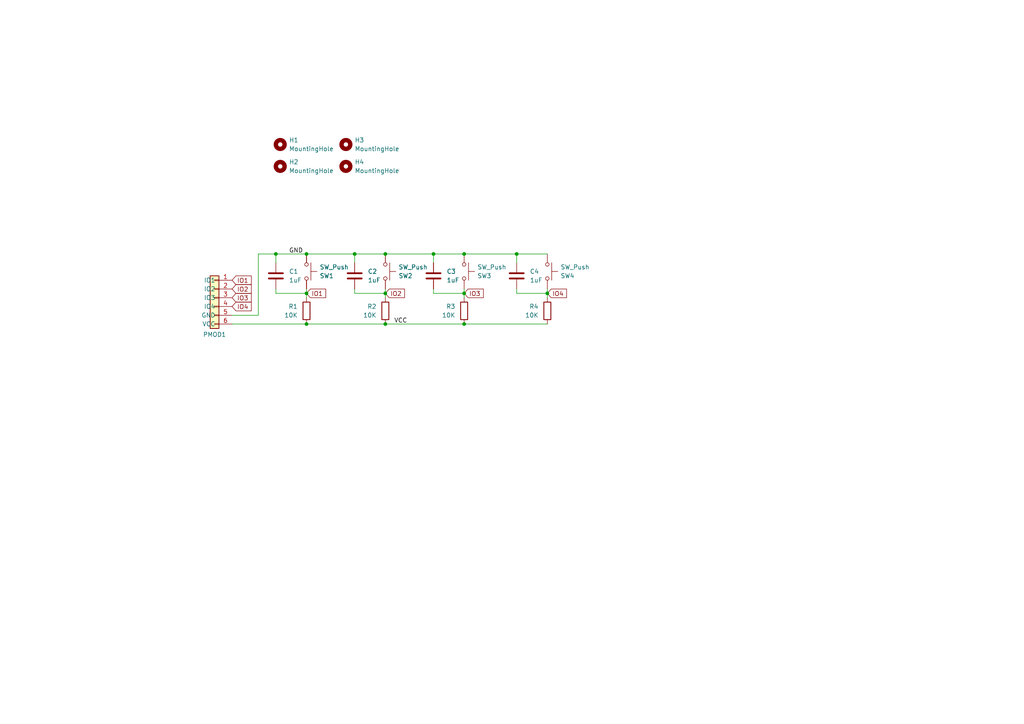
<source format=kicad_sch>
(kicad_sch (version 20250114) (generator "eeschema") (generator_version "9.0")
  (paper "A4")
  (lib_symbols
    (symbol "Connector_Generic:Conn_01x06" (pin_names (offset 1.016))
      (property "Reference" "PMOD" (at 0 -10.668 0))
      (symbol "Conn_01x06_1_1"
        (rectangle (start -1.27 6.35) (end 1.27 -8.89) (stroke (width 0.254)) (fill (type background)))
        (rectangle (start -1.27 5.207) (end 0 4.953) (stroke (width 0.1524)))
        (rectangle (start -1.27 2.667) (end 0 2.413) (stroke (width 0.1524)))
        (rectangle (start -1.27 0.127) (end 0 -0.127) (stroke (width 0.1524)))
        (rectangle (start -1.27 -2.413) (end 0 -2.667) (stroke (width 0.1524)))
        (rectangle (start -1.27 -4.953) (end 0 -5.207) (stroke (width 0.1524)))
        (rectangle (start -1.27 -7.493) (end 0 -7.747) (stroke (width 0.1524)))
        (pin passive line (at -5.08 5.08 0) (length 3.81) (name "IO1") (number "1"))
        (pin passive line (at -5.08 2.54 0) (length 3.81) (name "IO2") (number "2"))
        (pin passive line (at -5.08 0 0) (length 3.81) (name "IO3") (number "3"))
        (pin passive line (at -5.08 -2.54 0) (length 3.81) (name "IO4") (number "4"))
        (pin passive line (at -5.08 -5.08 0) (length 3.81) (name "GND") (number "5"))
        (pin passive line (at -5.08 -7.62 0) (length 3.81) (name "VCC") (number "6"))
      )
    )
    (symbol "Device:C" (pin_numbers (hide yes)) (pin_names (offset 0.254))
      (property "Reference" "C" (at 0.635 2.54 0))
      (property "Value" "C" (at 0.635 -2.54 0))
      (symbol "C_0_1"
        (polyline (pts (xy -2.032 0.762) (xy 2.032 0.762)) (stroke (width 0.508)))
        (polyline (pts (xy -2.032 -0.762) (xy 2.032 -0.762)) (stroke (width 0.508)))
      )
      (symbol "C_1_1"
        (pin passive line (at 0 3.81 270) (length 2.794) (name "~") (number "1"))
        (pin passive line (at 0 -3.81 90) (length 2.794) (name "~") (number "2"))
      )
    )
    (symbol "Device:R" (pin_numbers (hide yes)) (pin_names (offset 0))
      (property "Reference" "R" (at 2.032 0 90))
      (property "Value" "R" (at 0 0 90))
      (symbol "R_0_1"
        (rectangle (start -1.016 -2.54) (end 1.016 2.54) (stroke (width 0.254)))
      )
      (symbol "R_1_1"
        (pin passive line (at 0 3.81 270) (length 1.27) (name "~") (number "1"))
        (pin passive line (at 0 -3.81 90) (length 1.27) (name "~") (number "2"))
      )
    )
    (symbol "Mechanical:MountingHole" (pin_names (offset 1.016)) (in_bom no)
      (property "Reference" "H" (at 0 5.08 0))
      (property "Value" "MountingHole" (at 0 3.175 0))
      (symbol "MountingHole_0_1"
        (circle (center 0 0) (radius 1.27) (stroke (width 1.27)))
      )
    )
    (symbol "Switch:SW_Push" (pin_numbers (hide yes)) (pin_names (offset 1.016) (hide yes))
      (property "Reference" "SW" (at 1.27 2.54 0))
      (property "Value" "SW_Push" (at 0 -1.524 0))
      (symbol "SW_Push_0_1"
        (circle (center -2.032 0) (radius 0.508))
        (polyline (pts (xy 0 1.27) (xy 0 3.048)))
        (circle (center 2.032 0) (radius 0.508))
        (polyline (pts (xy 2.54 1.27) (xy -2.54 1.27)))
        (pin passive line (at -5.08 0 0) (length 2.54) (name "1") (number "1"))
        (pin passive line (at 5.08 0 180) (length 2.54) (name "2") (number "2"))
      )
    )
  )
  (junction (at 134.62 73.66))
  (junction (at 111.76 73.66))
  (junction (at 88.9 85.09))
  (junction (at 88.9 93.98))
  (junction (at 134.62 85.09))
  (junction (at 80.01 73.66))
  (junction (at 125.73 73.66))
  (junction (at 88.9 73.66))
  (junction (at 111.76 93.98))
  (junction (at 149.86 73.66))
  (junction (at 102.87 73.66))
  (junction (at 111.76 85.09))
  (junction (at 158.75 85.09))
  (junction (at 134.62 93.98))
  (wire (pts (xy 80.01 85.09) (xy 88.9 85.09)))
  (wire (pts (xy 111.76 85.09) (xy 111.76 86.36)))
  (wire (pts (xy 74.93 91.44) (xy 74.93 73.66)))
  (wire (pts (xy 88.9 85.09) (xy 88.9 86.36)))
  (wire (pts (xy 80.01 73.66) (xy 80.01 76.2)))
  (wire (pts (xy 67.31 93.98) (xy 88.9 93.98)))
  (wire (pts (xy 149.86 85.09) (xy 158.75 85.09)))
  (wire (pts (xy 80.01 73.66) (xy 88.9 73.66)))
  (wire (pts (xy 134.62 93.98) (xy 158.75 93.98)))
  (wire (pts (xy 134.62 85.09) (xy 134.62 86.36)))
  (wire (pts (xy 102.87 73.66) (xy 111.76 73.66)))
  (wire (pts (xy 125.73 83.82) (xy 125.73 85.09)))
  (wire (pts (xy 158.75 85.09) (xy 158.75 86.36)))
  (wire (pts (xy 149.86 83.82) (xy 149.86 85.09)))
  (wire (pts (xy 88.9 83.82) (xy 88.9 85.09)))
  (wire (pts (xy 158.75 83.82) (xy 158.75 85.09)))
  (wire (pts (xy 125.73 85.09) (xy 134.62 85.09)))
  (wire (pts (xy 80.01 83.82) (xy 80.01 85.09)))
  (wire (pts (xy 125.73 73.66) (xy 134.62 73.66)))
  (wire (pts (xy 102.87 73.66) (xy 102.87 76.2)))
  (wire (pts (xy 149.86 73.66) (xy 149.86 76.2)))
  (wire (pts (xy 134.62 73.66) (xy 149.86 73.66)))
  (wire (pts (xy 134.62 83.82) (xy 134.62 85.09)))
  (wire (pts (xy 111.76 93.98) (xy 134.62 93.98)))
  (wire (pts (xy 74.93 73.66) (xy 80.01 73.66)))
  (wire (pts (xy 102.87 85.09) (xy 111.76 85.09)))
  (wire (pts (xy 111.76 73.66) (xy 125.73 73.66)))
  (wire (pts (xy 88.9 93.98) (xy 111.76 93.98)))
  (wire (pts (xy 125.73 73.66) (xy 125.73 76.2)))
  (wire (pts (xy 149.86 73.66) (xy 158.75 73.66)))
  (wire (pts (xy 67.31 91.44) (xy 74.93 91.44)))
  (wire (pts (xy 111.76 83.82) (xy 111.76 85.09)))
  (wire (pts (xy 88.9 73.66) (xy 102.87 73.66)))
  (wire (pts (xy 102.87 83.82) (xy 102.87 85.09)))
  (label "GND" (at 83.82 73.66 0))
  (label "VCC" (at 114.3 93.98 0))
  (global_label "IO1" (shape input) (at 88.9 85.09 0) (property "Intersheetrefs" "${INTERSHEET_REFS}" (effects (hide yes))))
  (global_label "IO3" (shape input) (at 67.31 86.36 0) (property "Intersheetrefs" "${INTERSHEET_REFS}" (effects (hide yes))))
  (global_label "IO2" (shape input) (at 111.76 85.09 0) (property "Intersheetrefs" "${INTERSHEET_REFS}" (effects (hide yes))))
  (global_label "IO2" (shape input) (at 67.31 83.82 0) (property "Intersheetrefs" "${INTERSHEET_REFS}" (effects (hide yes))))
  (global_label "IO4" (shape input) (at 67.31 88.9 0) (property "Intersheetrefs" "${INTERSHEET_REFS}" (effects (hide yes))))
  (global_label "IO3" (shape input) (at 134.62 85.09 0) (property "Intersheetrefs" "${INTERSHEET_REFS}" (effects (hide yes))))
  (global_label "IO1" (shape input) (at 67.31 81.28 0) (property "Intersheetrefs" "${INTERSHEET_REFS}" (effects (hide yes))))
  (global_label "IO4" (shape input) (at 158.75 85.09 0) (property "Intersheetrefs" "${INTERSHEET_REFS}" (effects (hide yes))))
  (symbol (lib_id "Device:R") (at 134.62 90.17 0) (mirror x) (unit 1)
    (property "Reference" "R3" (at 132.08 88.8999 0) (effects (justify right)))
    (property "Value" "10K" (at 132.08 91.4399 0) (effects (justify right)))
    (property "Footprint" "Resistor_THT:R_Axial_DIN0204_L3.6mm_D1.6mm_P5.08mm_Horizontal" (effects (hide yes)))
    (property "Description" "Resistor" (effects (hide yes)))
  )
  (symbol (lib_id "Device:C") (at 149.86 80.01 0) (unit 1)
    (property "Reference" "C4" (at 153.67 78.7399 0) (effects (justify left)))
    (property "Value" "1uF" (at 153.67 81.2799 0) (effects (justify left)))
    (property "Footprint" "Custom:C_Disc_D6.0mm_W4mm_P5.00mm" (effects (hide yes)))
    (property "Description" "Unpolarized capacitor" (effects (hide yes)))
  )
  (symbol (lib_id "Switch:SW_Push") (at 88.9 78.74 270) (mirror x) (unit 1)
    (property "Reference" "SW1" (at 92.71 80.0101 90) (effects (justify left)))
    (property "Value" "SW_Push" (at 92.71 77.4701 90) (effects (justify left)))
    (property "Footprint" "Custom:SW_PUSH-12mm" (effects (hide yes)))
    (property "Description" "Push button switch, generic, two pins" (effects (hide yes)))
  )
  (symbol (lib_id "Device:R") (at 88.9 90.17 0) (mirror x) (unit 1)
    (property "Reference" "R1" (at 86.36 88.8999 0) (effects (justify right)))
    (property "Value" "10K" (at 86.36 91.4399 0) (effects (justify right)))
    (property "Footprint" "Resistor_THT:R_Axial_DIN0204_L3.6mm_D1.6mm_P5.08mm_Horizontal" (effects (hide yes)))
    (property "Description" "Resistor" (effects (hide yes)))
  )
  (symbol (lib_id "Switch:SW_Push") (at 158.75 78.74 270) (mirror x) (unit 1)
    (property "Reference" "SW4" (at 162.56 80.0101 90) (effects (justify left)))
    (property "Value" "SW_Push" (at 162.56 77.4701 90) (effects (justify left)))
    (property "Footprint" "Custom:SW_PUSH-12mm" (effects (hide yes)))
    (property "Description" "Push button switch, generic, two pins" (effects (hide yes)))
  )
  (symbol (lib_id "Device:C") (at 125.73 80.01 0) (unit 1)
    (property "Reference" "C3" (at 129.54 78.7399 0) (effects (justify left)))
    (property "Value" "1uF" (at 129.54 81.2799 0) (effects (justify left)))
    (property "Footprint" "Custom:C_Disc_D6.0mm_W4mm_P5.00mm" (effects (hide yes)))
    (property "Description" "Unpolarized capacitor" (effects (hide yes)))
  )
  (symbol (lib_id "Switch:SW_Push") (at 111.76 78.74 270) (mirror x) (unit 1)
    (property "Reference" "SW2" (at 115.57 80.0101 90) (effects (justify left)))
    (property "Value" "SW_Push" (at 115.57 77.4701 90) (effects (justify left)))
    (property "Footprint" "Custom:SW_PUSH-12mm" (effects (hide yes)))
    (property "Description" "Push button switch, generic, two pins" (effects (hide yes)))
  )
  (symbol (lib_id "Mechanical:MountingHole") (at 81.28 48.26 0) (unit 1) (in_bom no)
    (property "Reference" "H2" (at 83.82 46.9899 0) (effects (justify left)))
    (property "Value" "MountingHole" (at 83.82 49.5299 0) (effects (justify left)))
    (property "Footprint" "MountingHole:MountingHole_3.2mm_M3" (effects (hide yes)))
    (property "Description" "Mounting Hole without connection" (effects (hide yes)))
  )
  (symbol (lib_id "Device:R") (at 111.76 90.17 0) (mirror x) (unit 1)
    (property "Reference" "R2" (at 109.22 88.8999 0) (effects (justify right)))
    (property "Value" "10K" (at 109.22 91.4399 0) (effects (justify right)))
    (property "Footprint" "Resistor_THT:R_Axial_DIN0204_L3.6mm_D1.6mm_P5.08mm_Horizontal" (effects (hide yes)))
    (property "Description" "Resistor" (effects (hide yes)))
  )
  (symbol (lib_id "Connector_Generic:Conn_01x06") (at 62.23 86.36 0) (mirror y) (unit 1)
    (property "Reference" "PMOD1" (at 62.23 97.028 0))
    (property "Value" "Conn_01x06" (effects (hide yes)))
    (property "Footprint" "Connector_PinHeader_2.54mm:PinHeader_1x06_P2.54mm_Vertical" (effects (hide yes)))
    (property "Description" "Generic connector, single row, 01x06, script generated (kicad-library-utils/schlib/autogen/connector/)" (effects (hide yes)))
  )
  (symbol (lib_id "Device:C") (at 80.01 80.01 0) (unit 1)
    (property "Reference" "C1" (at 83.82 78.7399 0) (effects (justify left)))
    (property "Value" "1uF" (at 83.82 81.2799 0) (effects (justify left)))
    (property "Footprint" "Custom:C_Disc_D6.0mm_W4mm_P5.00mm" (effects (hide yes)))
    (property "Description" "Unpolarized capacitor" (effects (hide yes)))
  )
  (symbol (lib_id "Mechanical:MountingHole") (at 100.33 48.26 0) (unit 1) (in_bom no)
    (property "Reference" "H4" (at 102.87 46.9899 0) (effects (justify left)))
    (property "Value" "MountingHole" (at 102.87 49.5299 0) (effects (justify left)))
    (property "Footprint" "MountingHole:MountingHole_3.2mm_M3" (effects (hide yes)))
    (property "Description" "Mounting Hole without connection" (effects (hide yes)))
  )
  (symbol (lib_id "Mechanical:MountingHole") (at 100.33 41.91 0) (unit 1) (in_bom no)
    (property "Reference" "H3" (at 102.87 40.6399 0) (effects (justify left)))
    (property "Value" "MountingHole" (at 102.87 43.1799 0) (effects (justify left)))
    (property "Footprint" "MountingHole:MountingHole_3.2mm_M3" (effects (hide yes)))
    (property "Description" "Mounting Hole without connection" (effects (hide yes)))
  )
  (symbol (lib_id "Device:R") (at 158.75 90.17 0) (mirror x) (unit 1)
    (property "Reference" "R4" (at 156.21 88.8999 0) (effects (justify right)))
    (property "Value" "10K" (at 156.21 91.4399 0) (effects (justify right)))
    (property "Footprint" "Resistor_THT:R_Axial_DIN0204_L3.6mm_D1.6mm_P5.08mm_Horizontal" (effects (hide yes)))
    (property "Description" "Resistor" (effects (hide yes)))
  )
  (symbol (lib_id "Mechanical:MountingHole") (at 81.28 41.91 0) (unit 1) (in_bom no)
    (property "Reference" "H1" (at 83.82 40.6399 0) (effects (justify left)))
    (property "Value" "MountingHole" (at 83.82 43.1799 0) (effects (justify left)))
    (property "Footprint" "MountingHole:MountingHole_3.2mm_M3" (effects (hide yes)))
    (property "Description" "Mounting Hole without connection" (effects (hide yes)))
  )
  (symbol (lib_id "Device:C") (at 102.87 80.01 0) (unit 1)
    (property "Reference" "C2" (at 106.68 78.7399 0) (effects (justify left)))
    (property "Value" "1uF" (at 106.68 81.2799 0) (effects (justify left)))
    (property "Footprint" "Custom:C_Disc_D6.0mm_W4mm_P5.00mm" (effects (hide yes)))
    (property "Description" "Unpolarized capacitor" (effects (hide yes)))
  )
  (symbol (lib_id "Switch:SW_Push") (at 134.62 78.74 270) (mirror x) (unit 1)
    (property "Reference" "SW3" (at 138.43 80.0101 90) (effects (justify left)))
    (property "Value" "SW_Push" (at 138.43 77.4701 90) (effects (justify left)))
    (property "Footprint" "Custom:SW_PUSH-12mm" (effects (hide yes)))
    (property "Description" "Push button switch, generic, two pins" (effects (hide yes)))
  )
)
</source>
